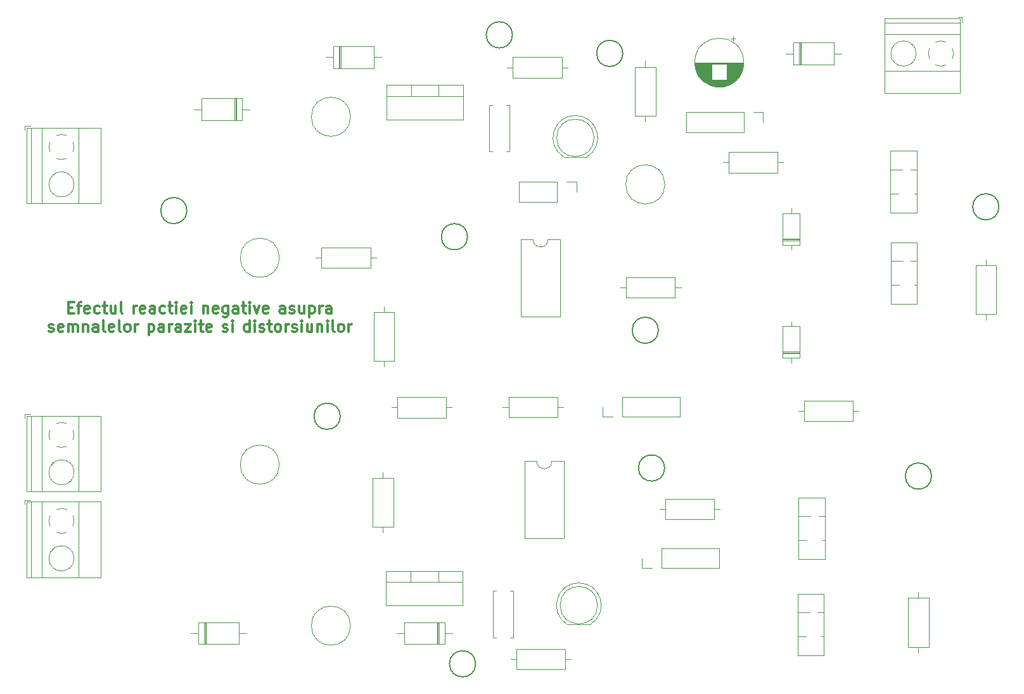
<source format=gbr>
%TF.GenerationSoftware,KiCad,Pcbnew,(7.0.0)*%
%TF.CreationDate,2023-03-04T17:42:30+02:00*%
%TF.ProjectId,RN-distorsiuni,524e2d64-6973-4746-9f72-7369756e692e,rev?*%
%TF.SameCoordinates,Original*%
%TF.FileFunction,Legend,Top*%
%TF.FilePolarity,Positive*%
%FSLAX46Y46*%
G04 Gerber Fmt 4.6, Leading zero omitted, Abs format (unit mm)*
G04 Created by KiCad (PCBNEW (7.0.0)) date 2023-03-04 17:42:30*
%MOMM*%
%LPD*%
G01*
G04 APERTURE LIST*
%ADD10C,0.300000*%
%ADD11C,0.120000*%
%ADD12C,0.150000*%
G04 APERTURE END LIST*
D10*
X94435714Y-97457857D02*
X94935714Y-97457857D01*
X95150000Y-98243571D02*
X94435714Y-98243571D01*
X94435714Y-98243571D02*
X94435714Y-96743571D01*
X94435714Y-96743571D02*
X95150000Y-96743571D01*
X95578572Y-97243571D02*
X96150000Y-97243571D01*
X95792857Y-98243571D02*
X95792857Y-96957857D01*
X95792857Y-96957857D02*
X95864286Y-96815000D01*
X95864286Y-96815000D02*
X96007143Y-96743571D01*
X96007143Y-96743571D02*
X96150000Y-96743571D01*
X97221429Y-98172142D02*
X97078572Y-98243571D01*
X97078572Y-98243571D02*
X96792858Y-98243571D01*
X96792858Y-98243571D02*
X96650000Y-98172142D01*
X96650000Y-98172142D02*
X96578572Y-98029285D01*
X96578572Y-98029285D02*
X96578572Y-97457857D01*
X96578572Y-97457857D02*
X96650000Y-97315000D01*
X96650000Y-97315000D02*
X96792858Y-97243571D01*
X96792858Y-97243571D02*
X97078572Y-97243571D01*
X97078572Y-97243571D02*
X97221429Y-97315000D01*
X97221429Y-97315000D02*
X97292858Y-97457857D01*
X97292858Y-97457857D02*
X97292858Y-97600714D01*
X97292858Y-97600714D02*
X96578572Y-97743571D01*
X98578572Y-98172142D02*
X98435714Y-98243571D01*
X98435714Y-98243571D02*
X98150000Y-98243571D01*
X98150000Y-98243571D02*
X98007143Y-98172142D01*
X98007143Y-98172142D02*
X97935714Y-98100714D01*
X97935714Y-98100714D02*
X97864286Y-97957857D01*
X97864286Y-97957857D02*
X97864286Y-97529285D01*
X97864286Y-97529285D02*
X97935714Y-97386428D01*
X97935714Y-97386428D02*
X98007143Y-97315000D01*
X98007143Y-97315000D02*
X98150000Y-97243571D01*
X98150000Y-97243571D02*
X98435714Y-97243571D01*
X98435714Y-97243571D02*
X98578572Y-97315000D01*
X99007143Y-97243571D02*
X99578571Y-97243571D01*
X99221428Y-96743571D02*
X99221428Y-98029285D01*
X99221428Y-98029285D02*
X99292857Y-98172142D01*
X99292857Y-98172142D02*
X99435714Y-98243571D01*
X99435714Y-98243571D02*
X99578571Y-98243571D01*
X100721429Y-97243571D02*
X100721429Y-98243571D01*
X100078571Y-97243571D02*
X100078571Y-98029285D01*
X100078571Y-98029285D02*
X100150000Y-98172142D01*
X100150000Y-98172142D02*
X100292857Y-98243571D01*
X100292857Y-98243571D02*
X100507143Y-98243571D01*
X100507143Y-98243571D02*
X100650000Y-98172142D01*
X100650000Y-98172142D02*
X100721429Y-98100714D01*
X101650000Y-98243571D02*
X101507143Y-98172142D01*
X101507143Y-98172142D02*
X101435714Y-98029285D01*
X101435714Y-98029285D02*
X101435714Y-96743571D01*
X103121428Y-98243571D02*
X103121428Y-97243571D01*
X103121428Y-97529285D02*
X103192857Y-97386428D01*
X103192857Y-97386428D02*
X103264286Y-97315000D01*
X103264286Y-97315000D02*
X103407143Y-97243571D01*
X103407143Y-97243571D02*
X103550000Y-97243571D01*
X104621428Y-98172142D02*
X104478571Y-98243571D01*
X104478571Y-98243571D02*
X104192857Y-98243571D01*
X104192857Y-98243571D02*
X104049999Y-98172142D01*
X104049999Y-98172142D02*
X103978571Y-98029285D01*
X103978571Y-98029285D02*
X103978571Y-97457857D01*
X103978571Y-97457857D02*
X104049999Y-97315000D01*
X104049999Y-97315000D02*
X104192857Y-97243571D01*
X104192857Y-97243571D02*
X104478571Y-97243571D01*
X104478571Y-97243571D02*
X104621428Y-97315000D01*
X104621428Y-97315000D02*
X104692857Y-97457857D01*
X104692857Y-97457857D02*
X104692857Y-97600714D01*
X104692857Y-97600714D02*
X103978571Y-97743571D01*
X105978571Y-98243571D02*
X105978571Y-97457857D01*
X105978571Y-97457857D02*
X105907142Y-97315000D01*
X105907142Y-97315000D02*
X105764285Y-97243571D01*
X105764285Y-97243571D02*
X105478571Y-97243571D01*
X105478571Y-97243571D02*
X105335713Y-97315000D01*
X105978571Y-98172142D02*
X105835713Y-98243571D01*
X105835713Y-98243571D02*
X105478571Y-98243571D01*
X105478571Y-98243571D02*
X105335713Y-98172142D01*
X105335713Y-98172142D02*
X105264285Y-98029285D01*
X105264285Y-98029285D02*
X105264285Y-97886428D01*
X105264285Y-97886428D02*
X105335713Y-97743571D01*
X105335713Y-97743571D02*
X105478571Y-97672142D01*
X105478571Y-97672142D02*
X105835713Y-97672142D01*
X105835713Y-97672142D02*
X105978571Y-97600714D01*
X107335714Y-98172142D02*
X107192856Y-98243571D01*
X107192856Y-98243571D02*
X106907142Y-98243571D01*
X106907142Y-98243571D02*
X106764285Y-98172142D01*
X106764285Y-98172142D02*
X106692856Y-98100714D01*
X106692856Y-98100714D02*
X106621428Y-97957857D01*
X106621428Y-97957857D02*
X106621428Y-97529285D01*
X106621428Y-97529285D02*
X106692856Y-97386428D01*
X106692856Y-97386428D02*
X106764285Y-97315000D01*
X106764285Y-97315000D02*
X106907142Y-97243571D01*
X106907142Y-97243571D02*
X107192856Y-97243571D01*
X107192856Y-97243571D02*
X107335714Y-97315000D01*
X107764285Y-97243571D02*
X108335713Y-97243571D01*
X107978570Y-96743571D02*
X107978570Y-98029285D01*
X107978570Y-98029285D02*
X108049999Y-98172142D01*
X108049999Y-98172142D02*
X108192856Y-98243571D01*
X108192856Y-98243571D02*
X108335713Y-98243571D01*
X108835713Y-98243571D02*
X108835713Y-97243571D01*
X108835713Y-96743571D02*
X108764285Y-96815000D01*
X108764285Y-96815000D02*
X108835713Y-96886428D01*
X108835713Y-96886428D02*
X108907142Y-96815000D01*
X108907142Y-96815000D02*
X108835713Y-96743571D01*
X108835713Y-96743571D02*
X108835713Y-96886428D01*
X110121428Y-98172142D02*
X109978571Y-98243571D01*
X109978571Y-98243571D02*
X109692857Y-98243571D01*
X109692857Y-98243571D02*
X109549999Y-98172142D01*
X109549999Y-98172142D02*
X109478571Y-98029285D01*
X109478571Y-98029285D02*
X109478571Y-97457857D01*
X109478571Y-97457857D02*
X109549999Y-97315000D01*
X109549999Y-97315000D02*
X109692857Y-97243571D01*
X109692857Y-97243571D02*
X109978571Y-97243571D01*
X109978571Y-97243571D02*
X110121428Y-97315000D01*
X110121428Y-97315000D02*
X110192857Y-97457857D01*
X110192857Y-97457857D02*
X110192857Y-97600714D01*
X110192857Y-97600714D02*
X109478571Y-97743571D01*
X110835713Y-98243571D02*
X110835713Y-97243571D01*
X110835713Y-96743571D02*
X110764285Y-96815000D01*
X110764285Y-96815000D02*
X110835713Y-96886428D01*
X110835713Y-96886428D02*
X110907142Y-96815000D01*
X110907142Y-96815000D02*
X110835713Y-96743571D01*
X110835713Y-96743571D02*
X110835713Y-96886428D01*
X112449999Y-97243571D02*
X112449999Y-98243571D01*
X112449999Y-97386428D02*
X112521428Y-97315000D01*
X112521428Y-97315000D02*
X112664285Y-97243571D01*
X112664285Y-97243571D02*
X112878571Y-97243571D01*
X112878571Y-97243571D02*
X113021428Y-97315000D01*
X113021428Y-97315000D02*
X113092857Y-97457857D01*
X113092857Y-97457857D02*
X113092857Y-98243571D01*
X114378571Y-98172142D02*
X114235714Y-98243571D01*
X114235714Y-98243571D02*
X113950000Y-98243571D01*
X113950000Y-98243571D02*
X113807142Y-98172142D01*
X113807142Y-98172142D02*
X113735714Y-98029285D01*
X113735714Y-98029285D02*
X113735714Y-97457857D01*
X113735714Y-97457857D02*
X113807142Y-97315000D01*
X113807142Y-97315000D02*
X113950000Y-97243571D01*
X113950000Y-97243571D02*
X114235714Y-97243571D01*
X114235714Y-97243571D02*
X114378571Y-97315000D01*
X114378571Y-97315000D02*
X114450000Y-97457857D01*
X114450000Y-97457857D02*
X114450000Y-97600714D01*
X114450000Y-97600714D02*
X113735714Y-97743571D01*
X115735714Y-97243571D02*
X115735714Y-98457857D01*
X115735714Y-98457857D02*
X115664285Y-98600714D01*
X115664285Y-98600714D02*
X115592856Y-98672142D01*
X115592856Y-98672142D02*
X115449999Y-98743571D01*
X115449999Y-98743571D02*
X115235714Y-98743571D01*
X115235714Y-98743571D02*
X115092856Y-98672142D01*
X115735714Y-98172142D02*
X115592856Y-98243571D01*
X115592856Y-98243571D02*
X115307142Y-98243571D01*
X115307142Y-98243571D02*
X115164285Y-98172142D01*
X115164285Y-98172142D02*
X115092856Y-98100714D01*
X115092856Y-98100714D02*
X115021428Y-97957857D01*
X115021428Y-97957857D02*
X115021428Y-97529285D01*
X115021428Y-97529285D02*
X115092856Y-97386428D01*
X115092856Y-97386428D02*
X115164285Y-97315000D01*
X115164285Y-97315000D02*
X115307142Y-97243571D01*
X115307142Y-97243571D02*
X115592856Y-97243571D01*
X115592856Y-97243571D02*
X115735714Y-97315000D01*
X117092857Y-98243571D02*
X117092857Y-97457857D01*
X117092857Y-97457857D02*
X117021428Y-97315000D01*
X117021428Y-97315000D02*
X116878571Y-97243571D01*
X116878571Y-97243571D02*
X116592857Y-97243571D01*
X116592857Y-97243571D02*
X116449999Y-97315000D01*
X117092857Y-98172142D02*
X116949999Y-98243571D01*
X116949999Y-98243571D02*
X116592857Y-98243571D01*
X116592857Y-98243571D02*
X116449999Y-98172142D01*
X116449999Y-98172142D02*
X116378571Y-98029285D01*
X116378571Y-98029285D02*
X116378571Y-97886428D01*
X116378571Y-97886428D02*
X116449999Y-97743571D01*
X116449999Y-97743571D02*
X116592857Y-97672142D01*
X116592857Y-97672142D02*
X116949999Y-97672142D01*
X116949999Y-97672142D02*
X117092857Y-97600714D01*
X117592857Y-97243571D02*
X118164285Y-97243571D01*
X117807142Y-96743571D02*
X117807142Y-98029285D01*
X117807142Y-98029285D02*
X117878571Y-98172142D01*
X117878571Y-98172142D02*
X118021428Y-98243571D01*
X118021428Y-98243571D02*
X118164285Y-98243571D01*
X118664285Y-98243571D02*
X118664285Y-97243571D01*
X118664285Y-96743571D02*
X118592857Y-96815000D01*
X118592857Y-96815000D02*
X118664285Y-96886428D01*
X118664285Y-96886428D02*
X118735714Y-96815000D01*
X118735714Y-96815000D02*
X118664285Y-96743571D01*
X118664285Y-96743571D02*
X118664285Y-96886428D01*
X119235714Y-97243571D02*
X119592857Y-98243571D01*
X119592857Y-98243571D02*
X119950000Y-97243571D01*
X121092857Y-98172142D02*
X120950000Y-98243571D01*
X120950000Y-98243571D02*
X120664286Y-98243571D01*
X120664286Y-98243571D02*
X120521428Y-98172142D01*
X120521428Y-98172142D02*
X120450000Y-98029285D01*
X120450000Y-98029285D02*
X120450000Y-97457857D01*
X120450000Y-97457857D02*
X120521428Y-97315000D01*
X120521428Y-97315000D02*
X120664286Y-97243571D01*
X120664286Y-97243571D02*
X120950000Y-97243571D01*
X120950000Y-97243571D02*
X121092857Y-97315000D01*
X121092857Y-97315000D02*
X121164286Y-97457857D01*
X121164286Y-97457857D02*
X121164286Y-97600714D01*
X121164286Y-97600714D02*
X120450000Y-97743571D01*
X123350000Y-98243571D02*
X123350000Y-97457857D01*
X123350000Y-97457857D02*
X123278571Y-97315000D01*
X123278571Y-97315000D02*
X123135714Y-97243571D01*
X123135714Y-97243571D02*
X122850000Y-97243571D01*
X122850000Y-97243571D02*
X122707142Y-97315000D01*
X123350000Y-98172142D02*
X123207142Y-98243571D01*
X123207142Y-98243571D02*
X122850000Y-98243571D01*
X122850000Y-98243571D02*
X122707142Y-98172142D01*
X122707142Y-98172142D02*
X122635714Y-98029285D01*
X122635714Y-98029285D02*
X122635714Y-97886428D01*
X122635714Y-97886428D02*
X122707142Y-97743571D01*
X122707142Y-97743571D02*
X122850000Y-97672142D01*
X122850000Y-97672142D02*
X123207142Y-97672142D01*
X123207142Y-97672142D02*
X123350000Y-97600714D01*
X123992857Y-98172142D02*
X124135714Y-98243571D01*
X124135714Y-98243571D02*
X124421428Y-98243571D01*
X124421428Y-98243571D02*
X124564285Y-98172142D01*
X124564285Y-98172142D02*
X124635714Y-98029285D01*
X124635714Y-98029285D02*
X124635714Y-97957857D01*
X124635714Y-97957857D02*
X124564285Y-97815000D01*
X124564285Y-97815000D02*
X124421428Y-97743571D01*
X124421428Y-97743571D02*
X124207143Y-97743571D01*
X124207143Y-97743571D02*
X124064285Y-97672142D01*
X124064285Y-97672142D02*
X123992857Y-97529285D01*
X123992857Y-97529285D02*
X123992857Y-97457857D01*
X123992857Y-97457857D02*
X124064285Y-97315000D01*
X124064285Y-97315000D02*
X124207143Y-97243571D01*
X124207143Y-97243571D02*
X124421428Y-97243571D01*
X124421428Y-97243571D02*
X124564285Y-97315000D01*
X125921429Y-97243571D02*
X125921429Y-98243571D01*
X125278571Y-97243571D02*
X125278571Y-98029285D01*
X125278571Y-98029285D02*
X125350000Y-98172142D01*
X125350000Y-98172142D02*
X125492857Y-98243571D01*
X125492857Y-98243571D02*
X125707143Y-98243571D01*
X125707143Y-98243571D02*
X125850000Y-98172142D01*
X125850000Y-98172142D02*
X125921429Y-98100714D01*
X126635714Y-97243571D02*
X126635714Y-98743571D01*
X126635714Y-97315000D02*
X126778572Y-97243571D01*
X126778572Y-97243571D02*
X127064286Y-97243571D01*
X127064286Y-97243571D02*
X127207143Y-97315000D01*
X127207143Y-97315000D02*
X127278572Y-97386428D01*
X127278572Y-97386428D02*
X127350000Y-97529285D01*
X127350000Y-97529285D02*
X127350000Y-97957857D01*
X127350000Y-97957857D02*
X127278572Y-98100714D01*
X127278572Y-98100714D02*
X127207143Y-98172142D01*
X127207143Y-98172142D02*
X127064286Y-98243571D01*
X127064286Y-98243571D02*
X126778572Y-98243571D01*
X126778572Y-98243571D02*
X126635714Y-98172142D01*
X127992857Y-98243571D02*
X127992857Y-97243571D01*
X127992857Y-97529285D02*
X128064286Y-97386428D01*
X128064286Y-97386428D02*
X128135715Y-97315000D01*
X128135715Y-97315000D02*
X128278572Y-97243571D01*
X128278572Y-97243571D02*
X128421429Y-97243571D01*
X129564286Y-98243571D02*
X129564286Y-97457857D01*
X129564286Y-97457857D02*
X129492857Y-97315000D01*
X129492857Y-97315000D02*
X129350000Y-97243571D01*
X129350000Y-97243571D02*
X129064286Y-97243571D01*
X129064286Y-97243571D02*
X128921428Y-97315000D01*
X129564286Y-98172142D02*
X129421428Y-98243571D01*
X129421428Y-98243571D02*
X129064286Y-98243571D01*
X129064286Y-98243571D02*
X128921428Y-98172142D01*
X128921428Y-98172142D02*
X128850000Y-98029285D01*
X128850000Y-98029285D02*
X128850000Y-97886428D01*
X128850000Y-97886428D02*
X128921428Y-97743571D01*
X128921428Y-97743571D02*
X129064286Y-97672142D01*
X129064286Y-97672142D02*
X129421428Y-97672142D01*
X129421428Y-97672142D02*
X129564286Y-97600714D01*
X91828571Y-100602142D02*
X91971428Y-100673571D01*
X91971428Y-100673571D02*
X92257142Y-100673571D01*
X92257142Y-100673571D02*
X92399999Y-100602142D01*
X92399999Y-100602142D02*
X92471428Y-100459285D01*
X92471428Y-100459285D02*
X92471428Y-100387857D01*
X92471428Y-100387857D02*
X92399999Y-100245000D01*
X92399999Y-100245000D02*
X92257142Y-100173571D01*
X92257142Y-100173571D02*
X92042857Y-100173571D01*
X92042857Y-100173571D02*
X91899999Y-100102142D01*
X91899999Y-100102142D02*
X91828571Y-99959285D01*
X91828571Y-99959285D02*
X91828571Y-99887857D01*
X91828571Y-99887857D02*
X91899999Y-99745000D01*
X91899999Y-99745000D02*
X92042857Y-99673571D01*
X92042857Y-99673571D02*
X92257142Y-99673571D01*
X92257142Y-99673571D02*
X92399999Y-99745000D01*
X93685714Y-100602142D02*
X93542857Y-100673571D01*
X93542857Y-100673571D02*
X93257143Y-100673571D01*
X93257143Y-100673571D02*
X93114285Y-100602142D01*
X93114285Y-100602142D02*
X93042857Y-100459285D01*
X93042857Y-100459285D02*
X93042857Y-99887857D01*
X93042857Y-99887857D02*
X93114285Y-99745000D01*
X93114285Y-99745000D02*
X93257143Y-99673571D01*
X93257143Y-99673571D02*
X93542857Y-99673571D01*
X93542857Y-99673571D02*
X93685714Y-99745000D01*
X93685714Y-99745000D02*
X93757143Y-99887857D01*
X93757143Y-99887857D02*
X93757143Y-100030714D01*
X93757143Y-100030714D02*
X93042857Y-100173571D01*
X94399999Y-100673571D02*
X94399999Y-99673571D01*
X94399999Y-99816428D02*
X94471428Y-99745000D01*
X94471428Y-99745000D02*
X94614285Y-99673571D01*
X94614285Y-99673571D02*
X94828571Y-99673571D01*
X94828571Y-99673571D02*
X94971428Y-99745000D01*
X94971428Y-99745000D02*
X95042857Y-99887857D01*
X95042857Y-99887857D02*
X95042857Y-100673571D01*
X95042857Y-99887857D02*
X95114285Y-99745000D01*
X95114285Y-99745000D02*
X95257142Y-99673571D01*
X95257142Y-99673571D02*
X95471428Y-99673571D01*
X95471428Y-99673571D02*
X95614285Y-99745000D01*
X95614285Y-99745000D02*
X95685714Y-99887857D01*
X95685714Y-99887857D02*
X95685714Y-100673571D01*
X96399999Y-99673571D02*
X96399999Y-100673571D01*
X96399999Y-99816428D02*
X96471428Y-99745000D01*
X96471428Y-99745000D02*
X96614285Y-99673571D01*
X96614285Y-99673571D02*
X96828571Y-99673571D01*
X96828571Y-99673571D02*
X96971428Y-99745000D01*
X96971428Y-99745000D02*
X97042857Y-99887857D01*
X97042857Y-99887857D02*
X97042857Y-100673571D01*
X98400000Y-100673571D02*
X98400000Y-99887857D01*
X98400000Y-99887857D02*
X98328571Y-99745000D01*
X98328571Y-99745000D02*
X98185714Y-99673571D01*
X98185714Y-99673571D02*
X97900000Y-99673571D01*
X97900000Y-99673571D02*
X97757142Y-99745000D01*
X98400000Y-100602142D02*
X98257142Y-100673571D01*
X98257142Y-100673571D02*
X97900000Y-100673571D01*
X97900000Y-100673571D02*
X97757142Y-100602142D01*
X97757142Y-100602142D02*
X97685714Y-100459285D01*
X97685714Y-100459285D02*
X97685714Y-100316428D01*
X97685714Y-100316428D02*
X97757142Y-100173571D01*
X97757142Y-100173571D02*
X97900000Y-100102142D01*
X97900000Y-100102142D02*
X98257142Y-100102142D01*
X98257142Y-100102142D02*
X98400000Y-100030714D01*
X99328571Y-100673571D02*
X99185714Y-100602142D01*
X99185714Y-100602142D02*
X99114285Y-100459285D01*
X99114285Y-100459285D02*
X99114285Y-99173571D01*
X100471428Y-100602142D02*
X100328571Y-100673571D01*
X100328571Y-100673571D02*
X100042857Y-100673571D01*
X100042857Y-100673571D02*
X99899999Y-100602142D01*
X99899999Y-100602142D02*
X99828571Y-100459285D01*
X99828571Y-100459285D02*
X99828571Y-99887857D01*
X99828571Y-99887857D02*
X99899999Y-99745000D01*
X99899999Y-99745000D02*
X100042857Y-99673571D01*
X100042857Y-99673571D02*
X100328571Y-99673571D01*
X100328571Y-99673571D02*
X100471428Y-99745000D01*
X100471428Y-99745000D02*
X100542857Y-99887857D01*
X100542857Y-99887857D02*
X100542857Y-100030714D01*
X100542857Y-100030714D02*
X99828571Y-100173571D01*
X101399999Y-100673571D02*
X101257142Y-100602142D01*
X101257142Y-100602142D02*
X101185713Y-100459285D01*
X101185713Y-100459285D02*
X101185713Y-99173571D01*
X102185713Y-100673571D02*
X102042856Y-100602142D01*
X102042856Y-100602142D02*
X101971427Y-100530714D01*
X101971427Y-100530714D02*
X101899999Y-100387857D01*
X101899999Y-100387857D02*
X101899999Y-99959285D01*
X101899999Y-99959285D02*
X101971427Y-99816428D01*
X101971427Y-99816428D02*
X102042856Y-99745000D01*
X102042856Y-99745000D02*
X102185713Y-99673571D01*
X102185713Y-99673571D02*
X102399999Y-99673571D01*
X102399999Y-99673571D02*
X102542856Y-99745000D01*
X102542856Y-99745000D02*
X102614285Y-99816428D01*
X102614285Y-99816428D02*
X102685713Y-99959285D01*
X102685713Y-99959285D02*
X102685713Y-100387857D01*
X102685713Y-100387857D02*
X102614285Y-100530714D01*
X102614285Y-100530714D02*
X102542856Y-100602142D01*
X102542856Y-100602142D02*
X102399999Y-100673571D01*
X102399999Y-100673571D02*
X102185713Y-100673571D01*
X103328570Y-100673571D02*
X103328570Y-99673571D01*
X103328570Y-99959285D02*
X103399999Y-99816428D01*
X103399999Y-99816428D02*
X103471428Y-99745000D01*
X103471428Y-99745000D02*
X103614285Y-99673571D01*
X103614285Y-99673571D02*
X103757142Y-99673571D01*
X105157141Y-99673571D02*
X105157141Y-101173571D01*
X105157141Y-99745000D02*
X105299999Y-99673571D01*
X105299999Y-99673571D02*
X105585713Y-99673571D01*
X105585713Y-99673571D02*
X105728570Y-99745000D01*
X105728570Y-99745000D02*
X105799999Y-99816428D01*
X105799999Y-99816428D02*
X105871427Y-99959285D01*
X105871427Y-99959285D02*
X105871427Y-100387857D01*
X105871427Y-100387857D02*
X105799999Y-100530714D01*
X105799999Y-100530714D02*
X105728570Y-100602142D01*
X105728570Y-100602142D02*
X105585713Y-100673571D01*
X105585713Y-100673571D02*
X105299999Y-100673571D01*
X105299999Y-100673571D02*
X105157141Y-100602142D01*
X107157142Y-100673571D02*
X107157142Y-99887857D01*
X107157142Y-99887857D02*
X107085713Y-99745000D01*
X107085713Y-99745000D02*
X106942856Y-99673571D01*
X106942856Y-99673571D02*
X106657142Y-99673571D01*
X106657142Y-99673571D02*
X106514284Y-99745000D01*
X107157142Y-100602142D02*
X107014284Y-100673571D01*
X107014284Y-100673571D02*
X106657142Y-100673571D01*
X106657142Y-100673571D02*
X106514284Y-100602142D01*
X106514284Y-100602142D02*
X106442856Y-100459285D01*
X106442856Y-100459285D02*
X106442856Y-100316428D01*
X106442856Y-100316428D02*
X106514284Y-100173571D01*
X106514284Y-100173571D02*
X106657142Y-100102142D01*
X106657142Y-100102142D02*
X107014284Y-100102142D01*
X107014284Y-100102142D02*
X107157142Y-100030714D01*
X107871427Y-100673571D02*
X107871427Y-99673571D01*
X107871427Y-99959285D02*
X107942856Y-99816428D01*
X107942856Y-99816428D02*
X108014285Y-99745000D01*
X108014285Y-99745000D02*
X108157142Y-99673571D01*
X108157142Y-99673571D02*
X108299999Y-99673571D01*
X109442856Y-100673571D02*
X109442856Y-99887857D01*
X109442856Y-99887857D02*
X109371427Y-99745000D01*
X109371427Y-99745000D02*
X109228570Y-99673571D01*
X109228570Y-99673571D02*
X108942856Y-99673571D01*
X108942856Y-99673571D02*
X108799998Y-99745000D01*
X109442856Y-100602142D02*
X109299998Y-100673571D01*
X109299998Y-100673571D02*
X108942856Y-100673571D01*
X108942856Y-100673571D02*
X108799998Y-100602142D01*
X108799998Y-100602142D02*
X108728570Y-100459285D01*
X108728570Y-100459285D02*
X108728570Y-100316428D01*
X108728570Y-100316428D02*
X108799998Y-100173571D01*
X108799998Y-100173571D02*
X108942856Y-100102142D01*
X108942856Y-100102142D02*
X109299998Y-100102142D01*
X109299998Y-100102142D02*
X109442856Y-100030714D01*
X110014284Y-99673571D02*
X110799999Y-99673571D01*
X110799999Y-99673571D02*
X110014284Y-100673571D01*
X110014284Y-100673571D02*
X110799999Y-100673571D01*
X111371427Y-100673571D02*
X111371427Y-99673571D01*
X111371427Y-99173571D02*
X111299999Y-99245000D01*
X111299999Y-99245000D02*
X111371427Y-99316428D01*
X111371427Y-99316428D02*
X111442856Y-99245000D01*
X111442856Y-99245000D02*
X111371427Y-99173571D01*
X111371427Y-99173571D02*
X111371427Y-99316428D01*
X111871428Y-99673571D02*
X112442856Y-99673571D01*
X112085713Y-99173571D02*
X112085713Y-100459285D01*
X112085713Y-100459285D02*
X112157142Y-100602142D01*
X112157142Y-100602142D02*
X112299999Y-100673571D01*
X112299999Y-100673571D02*
X112442856Y-100673571D01*
X113514285Y-100602142D02*
X113371428Y-100673571D01*
X113371428Y-100673571D02*
X113085714Y-100673571D01*
X113085714Y-100673571D02*
X112942856Y-100602142D01*
X112942856Y-100602142D02*
X112871428Y-100459285D01*
X112871428Y-100459285D02*
X112871428Y-99887857D01*
X112871428Y-99887857D02*
X112942856Y-99745000D01*
X112942856Y-99745000D02*
X113085714Y-99673571D01*
X113085714Y-99673571D02*
X113371428Y-99673571D01*
X113371428Y-99673571D02*
X113514285Y-99745000D01*
X113514285Y-99745000D02*
X113585714Y-99887857D01*
X113585714Y-99887857D02*
X113585714Y-100030714D01*
X113585714Y-100030714D02*
X112871428Y-100173571D01*
X115057142Y-100602142D02*
X115199999Y-100673571D01*
X115199999Y-100673571D02*
X115485713Y-100673571D01*
X115485713Y-100673571D02*
X115628570Y-100602142D01*
X115628570Y-100602142D02*
X115699999Y-100459285D01*
X115699999Y-100459285D02*
X115699999Y-100387857D01*
X115699999Y-100387857D02*
X115628570Y-100245000D01*
X115628570Y-100245000D02*
X115485713Y-100173571D01*
X115485713Y-100173571D02*
X115271428Y-100173571D01*
X115271428Y-100173571D02*
X115128570Y-100102142D01*
X115128570Y-100102142D02*
X115057142Y-99959285D01*
X115057142Y-99959285D02*
X115057142Y-99887857D01*
X115057142Y-99887857D02*
X115128570Y-99745000D01*
X115128570Y-99745000D02*
X115271428Y-99673571D01*
X115271428Y-99673571D02*
X115485713Y-99673571D01*
X115485713Y-99673571D02*
X115628570Y-99745000D01*
X116342856Y-100673571D02*
X116342856Y-99673571D01*
X116342856Y-99173571D02*
X116271428Y-99245000D01*
X116271428Y-99245000D02*
X116342856Y-99316428D01*
X116342856Y-99316428D02*
X116414285Y-99245000D01*
X116414285Y-99245000D02*
X116342856Y-99173571D01*
X116342856Y-99173571D02*
X116342856Y-99316428D01*
X118600000Y-100673571D02*
X118600000Y-99173571D01*
X118600000Y-100602142D02*
X118457142Y-100673571D01*
X118457142Y-100673571D02*
X118171428Y-100673571D01*
X118171428Y-100673571D02*
X118028571Y-100602142D01*
X118028571Y-100602142D02*
X117957142Y-100530714D01*
X117957142Y-100530714D02*
X117885714Y-100387857D01*
X117885714Y-100387857D02*
X117885714Y-99959285D01*
X117885714Y-99959285D02*
X117957142Y-99816428D01*
X117957142Y-99816428D02*
X118028571Y-99745000D01*
X118028571Y-99745000D02*
X118171428Y-99673571D01*
X118171428Y-99673571D02*
X118457142Y-99673571D01*
X118457142Y-99673571D02*
X118600000Y-99745000D01*
X119314285Y-100673571D02*
X119314285Y-99673571D01*
X119314285Y-99173571D02*
X119242857Y-99245000D01*
X119242857Y-99245000D02*
X119314285Y-99316428D01*
X119314285Y-99316428D02*
X119385714Y-99245000D01*
X119385714Y-99245000D02*
X119314285Y-99173571D01*
X119314285Y-99173571D02*
X119314285Y-99316428D01*
X119957143Y-100602142D02*
X120100000Y-100673571D01*
X120100000Y-100673571D02*
X120385714Y-100673571D01*
X120385714Y-100673571D02*
X120528571Y-100602142D01*
X120528571Y-100602142D02*
X120600000Y-100459285D01*
X120600000Y-100459285D02*
X120600000Y-100387857D01*
X120600000Y-100387857D02*
X120528571Y-100245000D01*
X120528571Y-100245000D02*
X120385714Y-100173571D01*
X120385714Y-100173571D02*
X120171429Y-100173571D01*
X120171429Y-100173571D02*
X120028571Y-100102142D01*
X120028571Y-100102142D02*
X119957143Y-99959285D01*
X119957143Y-99959285D02*
X119957143Y-99887857D01*
X119957143Y-99887857D02*
X120028571Y-99745000D01*
X120028571Y-99745000D02*
X120171429Y-99673571D01*
X120171429Y-99673571D02*
X120385714Y-99673571D01*
X120385714Y-99673571D02*
X120528571Y-99745000D01*
X121028572Y-99673571D02*
X121600000Y-99673571D01*
X121242857Y-99173571D02*
X121242857Y-100459285D01*
X121242857Y-100459285D02*
X121314286Y-100602142D01*
X121314286Y-100602142D02*
X121457143Y-100673571D01*
X121457143Y-100673571D02*
X121600000Y-100673571D01*
X122314286Y-100673571D02*
X122171429Y-100602142D01*
X122171429Y-100602142D02*
X122100000Y-100530714D01*
X122100000Y-100530714D02*
X122028572Y-100387857D01*
X122028572Y-100387857D02*
X122028572Y-99959285D01*
X122028572Y-99959285D02*
X122100000Y-99816428D01*
X122100000Y-99816428D02*
X122171429Y-99745000D01*
X122171429Y-99745000D02*
X122314286Y-99673571D01*
X122314286Y-99673571D02*
X122528572Y-99673571D01*
X122528572Y-99673571D02*
X122671429Y-99745000D01*
X122671429Y-99745000D02*
X122742858Y-99816428D01*
X122742858Y-99816428D02*
X122814286Y-99959285D01*
X122814286Y-99959285D02*
X122814286Y-100387857D01*
X122814286Y-100387857D02*
X122742858Y-100530714D01*
X122742858Y-100530714D02*
X122671429Y-100602142D01*
X122671429Y-100602142D02*
X122528572Y-100673571D01*
X122528572Y-100673571D02*
X122314286Y-100673571D01*
X123457143Y-100673571D02*
X123457143Y-99673571D01*
X123457143Y-99959285D02*
X123528572Y-99816428D01*
X123528572Y-99816428D02*
X123600001Y-99745000D01*
X123600001Y-99745000D02*
X123742858Y-99673571D01*
X123742858Y-99673571D02*
X123885715Y-99673571D01*
X124314286Y-100602142D02*
X124457143Y-100673571D01*
X124457143Y-100673571D02*
X124742857Y-100673571D01*
X124742857Y-100673571D02*
X124885714Y-100602142D01*
X124885714Y-100602142D02*
X124957143Y-100459285D01*
X124957143Y-100459285D02*
X124957143Y-100387857D01*
X124957143Y-100387857D02*
X124885714Y-100245000D01*
X124885714Y-100245000D02*
X124742857Y-100173571D01*
X124742857Y-100173571D02*
X124528572Y-100173571D01*
X124528572Y-100173571D02*
X124385714Y-100102142D01*
X124385714Y-100102142D02*
X124314286Y-99959285D01*
X124314286Y-99959285D02*
X124314286Y-99887857D01*
X124314286Y-99887857D02*
X124385714Y-99745000D01*
X124385714Y-99745000D02*
X124528572Y-99673571D01*
X124528572Y-99673571D02*
X124742857Y-99673571D01*
X124742857Y-99673571D02*
X124885714Y-99745000D01*
X125600000Y-100673571D02*
X125600000Y-99673571D01*
X125600000Y-99173571D02*
X125528572Y-99245000D01*
X125528572Y-99245000D02*
X125600000Y-99316428D01*
X125600000Y-99316428D02*
X125671429Y-99245000D01*
X125671429Y-99245000D02*
X125600000Y-99173571D01*
X125600000Y-99173571D02*
X125600000Y-99316428D01*
X126957144Y-99673571D02*
X126957144Y-100673571D01*
X126314286Y-99673571D02*
X126314286Y-100459285D01*
X126314286Y-100459285D02*
X126385715Y-100602142D01*
X126385715Y-100602142D02*
X126528572Y-100673571D01*
X126528572Y-100673571D02*
X126742858Y-100673571D01*
X126742858Y-100673571D02*
X126885715Y-100602142D01*
X126885715Y-100602142D02*
X126957144Y-100530714D01*
X127671429Y-99673571D02*
X127671429Y-100673571D01*
X127671429Y-99816428D02*
X127742858Y-99745000D01*
X127742858Y-99745000D02*
X127885715Y-99673571D01*
X127885715Y-99673571D02*
X128100001Y-99673571D01*
X128100001Y-99673571D02*
X128242858Y-99745000D01*
X128242858Y-99745000D02*
X128314287Y-99887857D01*
X128314287Y-99887857D02*
X128314287Y-100673571D01*
X129028572Y-100673571D02*
X129028572Y-99673571D01*
X129028572Y-99173571D02*
X128957144Y-99245000D01*
X128957144Y-99245000D02*
X129028572Y-99316428D01*
X129028572Y-99316428D02*
X129100001Y-99245000D01*
X129100001Y-99245000D02*
X129028572Y-99173571D01*
X129028572Y-99173571D02*
X129028572Y-99316428D01*
X129957144Y-100673571D02*
X129814287Y-100602142D01*
X129814287Y-100602142D02*
X129742858Y-100459285D01*
X129742858Y-100459285D02*
X129742858Y-99173571D01*
X130742858Y-100673571D02*
X130600001Y-100602142D01*
X130600001Y-100602142D02*
X130528572Y-100530714D01*
X130528572Y-100530714D02*
X130457144Y-100387857D01*
X130457144Y-100387857D02*
X130457144Y-99959285D01*
X130457144Y-99959285D02*
X130528572Y-99816428D01*
X130528572Y-99816428D02*
X130600001Y-99745000D01*
X130600001Y-99745000D02*
X130742858Y-99673571D01*
X130742858Y-99673571D02*
X130957144Y-99673571D01*
X130957144Y-99673571D02*
X131100001Y-99745000D01*
X131100001Y-99745000D02*
X131171430Y-99816428D01*
X131171430Y-99816428D02*
X131242858Y-99959285D01*
X131242858Y-99959285D02*
X131242858Y-100387857D01*
X131242858Y-100387857D02*
X131171430Y-100530714D01*
X131171430Y-100530714D02*
X131100001Y-100602142D01*
X131100001Y-100602142D02*
X130957144Y-100673571D01*
X130957144Y-100673571D02*
X130742858Y-100673571D01*
X131885715Y-100673571D02*
X131885715Y-99673571D01*
X131885715Y-99959285D02*
X131957144Y-99816428D01*
X131957144Y-99816428D02*
X132028573Y-99745000D01*
X132028573Y-99745000D02*
X132171430Y-99673571D01*
X132171430Y-99673571D02*
X132314287Y-99673571D01*
D11*
%TO.C,Rs1*%
X161115329Y-65373772D02*
X160345329Y-65373772D01*
X160345329Y-66743772D02*
X160345329Y-64003772D01*
X160345329Y-64003772D02*
X153805329Y-64003772D01*
X153805329Y-66743772D02*
X160345329Y-66743772D01*
X153805329Y-64003772D02*
X153805329Y-66743772D01*
X153035329Y-65373772D02*
X153805329Y-65373772D01*
%TO.C,R1*%
X171500000Y-72586617D02*
X171500000Y-71816617D01*
X170130000Y-71816617D02*
X172870000Y-71816617D01*
X172870000Y-71816617D02*
X172870000Y-65276617D01*
X170130000Y-65276617D02*
X170130000Y-71816617D01*
X172870000Y-65276617D02*
X170130000Y-65276617D01*
X171500000Y-64506617D02*
X171500000Y-65276617D01*
%TO.C,Js_alt1*%
X213800000Y-59340000D02*
X213800000Y-58600000D01*
X213800000Y-58600000D02*
X213300000Y-58600000D01*
X213560000Y-68761000D02*
X213560000Y-58840000D01*
X213560000Y-68761000D02*
X203440000Y-68761000D01*
X213560000Y-65801000D02*
X203440000Y-65801000D01*
X213560000Y-60900000D02*
X203440000Y-60900000D01*
X213560000Y-59400000D02*
X203440000Y-59400000D01*
X213560000Y-58840000D02*
X203440000Y-58840000D01*
X207227000Y-62477000D02*
X207274000Y-62431000D01*
X207034000Y-62261000D02*
X207069000Y-62226000D01*
X204930000Y-64775000D02*
X204965000Y-64739000D01*
X204725000Y-64569000D02*
X204772000Y-64523000D01*
X203440000Y-68761000D02*
X203440000Y-58840000D01*
X212534999Y-64183999D02*
G75*
G03*
X212535426Y-62816958I-1534992J684000D01*
G01*
X210316001Y-65034999D02*
G75*
G03*
X211683042Y-65035426I684000J1534992D01*
G01*
X211684000Y-61965001D02*
G75*
G03*
X210971195Y-61819748I-683999J-1535000D01*
G01*
X211000000Y-61820001D02*
G75*
G03*
X210316682Y-61965245I0J-1679999D01*
G01*
X209465000Y-62816000D02*
G75*
G03*
X209464574Y-64183042I1535000J-684000D01*
G01*
X207680000Y-63500000D02*
G75*
G03*
X207680000Y-63500000I-1680000J0D01*
G01*
%TO.C,J3*%
X162330000Y-80670000D02*
X162330000Y-82000000D01*
X161000000Y-80670000D02*
X162330000Y-80670000D01*
X159730000Y-80670000D02*
X154590000Y-80670000D01*
X159730000Y-80670000D02*
X159730000Y-83330000D01*
X154590000Y-80670000D02*
X154590000Y-83330000D01*
X159730000Y-83330000D02*
X154590000Y-83330000D01*
%TO.C,Cs2*%
X153370000Y-70380000D02*
X152925000Y-70380000D01*
X153370000Y-70380000D02*
X153370000Y-76620000D01*
X151075000Y-70380000D02*
X150630000Y-70380000D01*
X150630000Y-70380000D02*
X150630000Y-76620000D01*
X153370000Y-76620000D02*
X152925000Y-76620000D01*
X151075000Y-76620000D02*
X150630000Y-76620000D01*
%TO.C,R3*%
X136566764Y-97283235D02*
X136566764Y-98053235D01*
X137936764Y-98053235D02*
X135196764Y-98053235D01*
X135196764Y-98053235D02*
X135196764Y-104593235D01*
X137936764Y-104593235D02*
X137936764Y-98053235D01*
X135196764Y-104593235D02*
X137936764Y-104593235D01*
X136566764Y-105363235D02*
X136566764Y-104593235D01*
%TO.C,C2*%
X174120000Y-81000000D02*
G75*
G03*
X174120000Y-81000000I-2620000J0D01*
G01*
D12*
%TO.C,TP11*%
X110250000Y-84500000D02*
G75*
G03*
X110250000Y-84500000I-1750000J0D01*
G01*
D11*
%TO.C,U1*%
X154860000Y-88370000D02*
X154860000Y-98650000D01*
X154860000Y-98650000D02*
X160160000Y-98650000D01*
X156510000Y-88370000D02*
X154860000Y-88370000D01*
X160160000Y-88370000D02*
X158510000Y-88370000D01*
X160160000Y-98650000D02*
X160160000Y-88370000D01*
X156510000Y-88370000D02*
G75*
G03*
X158510000Y-88370000I1000000J0D01*
G01*
%TO.C,RL2*%
X208000000Y-135540000D02*
X208000000Y-136310000D01*
X209370000Y-136310000D02*
X206630000Y-136310000D01*
X206630000Y-136310000D02*
X206630000Y-142850000D01*
X209370000Y-142850000D02*
X209370000Y-136310000D01*
X206630000Y-142850000D02*
X209370000Y-142850000D01*
X208000000Y-143620000D02*
X208000000Y-142850000D01*
%TO.C,C3*%
X122620000Y-90810000D02*
G75*
G03*
X122620000Y-90810000I-2620000J0D01*
G01*
D12*
%TO.C,TP8*%
X209750000Y-120000000D02*
G75*
G03*
X209750000Y-120000000I-1750000J0D01*
G01*
D11*
%TO.C,C1*%
X183222197Y-61208638D02*
X183222197Y-61838638D01*
X183537197Y-61523638D02*
X182907197Y-61523638D01*
X184613197Y-64708879D02*
X178153197Y-64708879D01*
X184613197Y-64748879D02*
X178153197Y-64748879D01*
X184613197Y-64788879D02*
X178153197Y-64788879D01*
X184611197Y-64828879D02*
X178155197Y-64828879D01*
X184610197Y-64868879D02*
X178156197Y-64868879D01*
X184607197Y-64908879D02*
X178159197Y-64908879D01*
X184605197Y-64948879D02*
X182423197Y-64948879D01*
X180343197Y-64948879D02*
X178161197Y-64948879D01*
X184601197Y-64988879D02*
X182423197Y-64988879D01*
X180343197Y-64988879D02*
X178165197Y-64988879D01*
X184598197Y-65028879D02*
X182423197Y-65028879D01*
X180343197Y-65028879D02*
X178168197Y-65028879D01*
X184594197Y-65068879D02*
X182423197Y-65068879D01*
X180343197Y-65068879D02*
X178172197Y-65068879D01*
X184589197Y-65108879D02*
X182423197Y-65108879D01*
X180343197Y-65108879D02*
X178177197Y-65108879D01*
X184584197Y-65148879D02*
X182423197Y-65148879D01*
X180343197Y-65148879D02*
X178182197Y-65148879D01*
X184578197Y-65188879D02*
X182423197Y-65188879D01*
X180343197Y-65188879D02*
X178188197Y-65188879D01*
X184572197Y-65228879D02*
X182423197Y-65228879D01*
X180343197Y-65228879D02*
X178194197Y-65228879D01*
X184565197Y-65268879D02*
X182423197Y-65268879D01*
X180343197Y-65268879D02*
X178201197Y-65268879D01*
X184558197Y-65308879D02*
X182423197Y-65308879D01*
X180343197Y-65308879D02*
X178208197Y-65308879D01*
X184550197Y-65348879D02*
X182423197Y-65348879D01*
X180343197Y-65348879D02*
X178216197Y-65348879D01*
X184542197Y-65388879D02*
X182423197Y-65388879D01*
X180343197Y-65388879D02*
X178224197Y-65388879D01*
X184533197Y-65429879D02*
X182423197Y-65429879D01*
X180343197Y-65429879D02*
X178233197Y-65429879D01*
X184524197Y-65469879D02*
X182423197Y-65469879D01*
X180343197Y-65469879D02*
X178242197Y-65469879D01*
X184514197Y-65509879D02*
X182423197Y-65509879D01*
X180343197Y-65509879D02*
X178252197Y-65509879D01*
X184504197Y-65549879D02*
X182423197Y-65549879D01*
X180343197Y-65549879D02*
X178262197Y-65549879D01*
X184493197Y-65589879D02*
X182423197Y-65589879D01*
X180343197Y-65589879D02*
X178273197Y-65589879D01*
X184481197Y-65629879D02*
X182423197Y-65629879D01*
X180343197Y-65629879D02*
X178285197Y-65629879D01*
X184469197Y-65669879D02*
X182423197Y-65669879D01*
X180343197Y-65669879D02*
X178297197Y-65669879D01*
X184457197Y-65709879D02*
X182423197Y-65709879D01*
X180343197Y-65709879D02*
X178309197Y-65709879D01*
X184444197Y-65749879D02*
X182423197Y-65749879D01*
X180343197Y-65749879D02*
X178322197Y-65749879D01*
X184430197Y-65789879D02*
X182423197Y-65789879D01*
X180343197Y-65789879D02*
X178336197Y-65789879D01*
X184416197Y-65829879D02*
X182423197Y-65829879D01*
X180343197Y-65829879D02*
X178350197Y-65829879D01*
X184401197Y-65869879D02*
X182423197Y-65869879D01*
X180343197Y-65869879D02*
X178365197Y-65869879D01*
X184385197Y-65909879D02*
X182423197Y-65909879D01*
X180343197Y-65909879D02*
X178381197Y-65909879D01*
X184369197Y-65949879D02*
X182423197Y-65949879D01*
X180343197Y-65949879D02*
X178397197Y-65949879D01*
X184353197Y-65989879D02*
X182423197Y-65989879D01*
X180343197Y-65989879D02*
X178413197Y-65989879D01*
X184335197Y-66029879D02*
X182423197Y-66029879D01*
X180343197Y-66029879D02*
X178431197Y-66029879D01*
X184317197Y-66069879D02*
X182423197Y-66069879D01*
X180343197Y-66069879D02*
X178449197Y-66069879D01*
X184299197Y-66109879D02*
X182423197Y-66109879D01*
X180343197Y-66109879D02*
X178467197Y-66109879D01*
X184279197Y-66149879D02*
X182423197Y-66149879D01*
X180343197Y-66149879D02*
X178487197Y-66149879D01*
X184259197Y-66189879D02*
X182423197Y-66189879D01*
X180343197Y-66189879D02*
X178507197Y-66189879D01*
X184239197Y-66229879D02*
X182423197Y-66229879D01*
X180343197Y-66229879D02*
X178527197Y-66229879D01*
X184217197Y-66269879D02*
X182423197Y-66269879D01*
X180343197Y-66269879D02*
X178549197Y-66269879D01*
X184195197Y-66309879D02*
X182423197Y-66309879D01*
X180343197Y-66309879D02*
X178571197Y-66309879D01*
X184173197Y-66349879D02*
X182423197Y-66349879D01*
X180343197Y-66349879D02*
X178593197Y-66349879D01*
X184149197Y-66389879D02*
X182423197Y-66389879D01*
X180343197Y-66389879D02*
X178617197Y-66389879D01*
X184125197Y-66429879D02*
X182423197Y-66429879D01*
X180343197Y-66429879D02*
X178641197Y-66429879D01*
X184099197Y-66469879D02*
X182423197Y-66469879D01*
X180343197Y-66469879D02*
X178667197Y-66469879D01*
X184073197Y-66509879D02*
X182423197Y-66509879D01*
X180343197Y-66509879D02*
X178693197Y-66509879D01*
X184047197Y-66549879D02*
X182423197Y-66549879D01*
X180343197Y-66549879D02*
X178719197Y-66549879D01*
X184019197Y-66589879D02*
X182423197Y-66589879D01*
X180343197Y-66589879D02*
X178747197Y-66589879D01*
X183990197Y-66629879D02*
X182423197Y-66629879D01*
X180343197Y-66629879D02*
X178776197Y-66629879D01*
X183961197Y-66669879D02*
X182423197Y-66669879D01*
X180343197Y-66669879D02*
X178805197Y-66669879D01*
X183931197Y-66709879D02*
X182423197Y-66709879D01*
X180343197Y-66709879D02*
X178835197Y-66709879D01*
X183899197Y-66749879D02*
X182423197Y-66749879D01*
X180343197Y-66749879D02*
X178867197Y-66749879D01*
X183867197Y-66789879D02*
X182423197Y-66789879D01*
X180343197Y-66789879D02*
X178899197Y-66789879D01*
X183833197Y-66829879D02*
X182423197Y-66829879D01*
X180343197Y-66829879D02*
X178933197Y-66829879D01*
X183799197Y-66869879D02*
X182423197Y-66869879D01*
X180343197Y-66869879D02*
X178967197Y-66869879D01*
X183763197Y-66909879D02*
X182423197Y-66909879D01*
X180343197Y-66909879D02*
X179003197Y-66909879D01*
X183726197Y-66949879D02*
X182423197Y-66949879D01*
X180343197Y-66949879D02*
X179040197Y-66949879D01*
X183688197Y-66989879D02*
X182423197Y-66989879D01*
X180343197Y-66989879D02*
X179078197Y-66989879D01*
X183648197Y-67029879D02*
X179118197Y-67029879D01*
X183607197Y-67069879D02*
X179159197Y-67069879D01*
X183565197Y-67109879D02*
X179201197Y-67109879D01*
X183520197Y-67149879D02*
X179246197Y-67149879D01*
X183475197Y-67189879D02*
X179291197Y-67189879D01*
X183427197Y-67229879D02*
X179339197Y-67229879D01*
X183378197Y-67269879D02*
X179388197Y-67269879D01*
X183327197Y-67309879D02*
X179439197Y-67309879D01*
X183273197Y-67349879D02*
X179493197Y-67349879D01*
X183217197Y-67389879D02*
X179549197Y-67389879D01*
X183159197Y-67429879D02*
X179607197Y-67429879D01*
X183097197Y-67469879D02*
X179669197Y-67469879D01*
X183033197Y-67509879D02*
X179733197Y-67509879D01*
X182964197Y-67549879D02*
X179802197Y-67549879D01*
X182892197Y-67589879D02*
X179874197Y-67589879D01*
X182815197Y-67629879D02*
X179951197Y-67629879D01*
X182733197Y-67669879D02*
X180033197Y-67669879D01*
X182645197Y-67709879D02*
X180121197Y-67709879D01*
X182548197Y-67749879D02*
X180218197Y-67749879D01*
X182442197Y-67789879D02*
X180324197Y-67789879D01*
X182323197Y-67829879D02*
X180443197Y-67829879D01*
X182185197Y-67869879D02*
X180581197Y-67869879D01*
X182016197Y-67909879D02*
X180750197Y-67909879D01*
X181785197Y-67949879D02*
X180981197Y-67949879D01*
X184653197Y-64708879D02*
G75*
G03*
X184653197Y-64708879I-3270000J0D01*
G01*
D12*
%TO.C,TP6*%
X218750000Y-84000000D02*
G75*
G03*
X218750000Y-84000000I-1750000J0D01*
G01*
D11*
%TO.C,Cs4*%
X151130000Y-141620000D02*
X151575000Y-141620000D01*
X151130000Y-141620000D02*
X151130000Y-135380000D01*
X153425000Y-141620000D02*
X153870000Y-141620000D01*
X153870000Y-141620000D02*
X153870000Y-135380000D01*
X151130000Y-135380000D02*
X151575000Y-135380000D01*
X153425000Y-135380000D02*
X153870000Y-135380000D01*
%TO.C,C4*%
X122613008Y-118466002D02*
G75*
G03*
X122613008Y-118466002I-2620000J0D01*
G01*
%TO.C,R9*%
X136449866Y-119470360D02*
X136449866Y-120240360D01*
X137819866Y-120240360D02*
X135079866Y-120240360D01*
X135079866Y-120240360D02*
X135079866Y-126780360D01*
X137819866Y-126780360D02*
X137819866Y-120240360D01*
X135079866Y-126780360D02*
X137819866Y-126780360D01*
X136449866Y-127550360D02*
X136449866Y-126780360D01*
%TO.C,Js3*%
X89340000Y-123200000D02*
X88600000Y-123200000D01*
X88600000Y-123200000D02*
X88600000Y-123700000D01*
X98761000Y-123440000D02*
X88840000Y-123440000D01*
X98761000Y-123440000D02*
X98761000Y-133560000D01*
X95801000Y-123440000D02*
X95801000Y-133560000D01*
X90900000Y-123440000D02*
X90900000Y-133560000D01*
X89400000Y-123440000D02*
X89400000Y-133560000D01*
X88840000Y-123440000D02*
X88840000Y-133560000D01*
X92477000Y-129773000D02*
X92431000Y-129726000D01*
X92261000Y-129966000D02*
X92226000Y-129931000D01*
X94775000Y-132070000D02*
X94739000Y-132035000D01*
X94569000Y-132275000D02*
X94523000Y-132228000D01*
X98761000Y-133560000D02*
X88840000Y-133560000D01*
X94183999Y-124465001D02*
G75*
G03*
X92816958Y-124464574I-684000J-1534992D01*
G01*
X95034999Y-126683999D02*
G75*
G03*
X95035426Y-125316958I-1534992J684000D01*
G01*
X91965001Y-125316000D02*
G75*
G03*
X91819748Y-126028805I1535000J-683999D01*
G01*
X91820001Y-126000000D02*
G75*
G03*
X91965245Y-126683318I1679999J0D01*
G01*
X92816000Y-127535000D02*
G75*
G03*
X94183042Y-127535426I684000J1535000D01*
G01*
X95180000Y-131000000D02*
G75*
G03*
X95180000Y-131000000I-1680000J0D01*
G01*
%TO.C,Ds1*%
X118660000Y-70954510D02*
X117640000Y-70954510D01*
X117640000Y-72424510D02*
X117640000Y-69484510D01*
X117640000Y-69484510D02*
X112200000Y-69484510D01*
X116860000Y-72424510D02*
X116860000Y-69484510D01*
X116740000Y-72424510D02*
X116740000Y-69484510D01*
X116620000Y-72424510D02*
X116620000Y-69484510D01*
X112200000Y-72424510D02*
X117640000Y-72424510D01*
X112200000Y-69484510D02*
X112200000Y-72424510D01*
X111180000Y-70954510D02*
X112200000Y-70954510D01*
%TO.C,Cs3*%
X132120000Y-140000000D02*
G75*
G03*
X132120000Y-140000000I-2620000J0D01*
G01*
%TO.C,J1*%
X165809697Y-112087278D02*
X165809697Y-110757278D01*
X167139697Y-112087278D02*
X165809697Y-112087278D01*
X168409697Y-112087278D02*
X176089697Y-112087278D01*
X168409697Y-112087278D02*
X168409697Y-109427278D01*
X176089697Y-112087278D02*
X176089697Y-109427278D01*
X168409697Y-109427278D02*
X176089697Y-109427278D01*
D12*
%TO.C,TP7*%
X174086532Y-118918266D02*
G75*
G03*
X174086532Y-118918266I-1750000J0D01*
G01*
D11*
%TO.C,R2*%
X135540000Y-90810000D02*
X134770000Y-90810000D01*
X134770000Y-92180000D02*
X134770000Y-89440000D01*
X134770000Y-89440000D02*
X128230000Y-89440000D01*
X128230000Y-92180000D02*
X134770000Y-92180000D01*
X128230000Y-89440000D02*
X128230000Y-92180000D01*
X127460000Y-90810000D02*
X128230000Y-90810000D01*
%TO.C,D1*%
X190260000Y-63500000D02*
X191280000Y-63500000D01*
X191280000Y-62030000D02*
X191280000Y-64970000D01*
X191280000Y-64970000D02*
X196720000Y-64970000D01*
X192060000Y-62030000D02*
X192060000Y-64970000D01*
X192180000Y-62030000D02*
X192180000Y-64970000D01*
X192300000Y-62030000D02*
X192300000Y-64970000D01*
X196720000Y-62030000D02*
X191280000Y-62030000D01*
X196720000Y-64970000D02*
X196720000Y-62030000D01*
X197740000Y-63500000D02*
X196720000Y-63500000D01*
%TO.C,R6*%
X176260000Y-94772448D02*
X175490000Y-94772448D01*
X175490000Y-96142448D02*
X175490000Y-93402448D01*
X175490000Y-93402448D02*
X168950000Y-93402448D01*
X168950000Y-96142448D02*
X175490000Y-96142448D01*
X168950000Y-93402448D02*
X168950000Y-96142448D01*
X168180000Y-94772448D02*
X168950000Y-94772448D01*
%TO.C,U4*%
X136880000Y-132675000D02*
X136880000Y-137316000D01*
X136880000Y-132675000D02*
X147120000Y-132675000D01*
X136880000Y-134185000D02*
X147120000Y-134185000D01*
X136880000Y-137316000D02*
X147120000Y-137316000D01*
X140150000Y-132675000D02*
X140150000Y-134185000D01*
X143851000Y-132675000D02*
X143851000Y-134185000D01*
X147120000Y-132675000D02*
X147120000Y-137316000D01*
%TO.C,D3*%
X190994644Y-104863450D02*
X190994644Y-104213450D01*
X189874644Y-104213450D02*
X192114644Y-104213450D01*
X192114644Y-104213450D02*
X192114644Y-99973450D01*
X189874644Y-103613450D02*
X192114644Y-103613450D01*
X189874644Y-103493450D02*
X192114644Y-103493450D01*
X189874644Y-103373450D02*
X192114644Y-103373450D01*
X189874644Y-99973450D02*
X189874644Y-104213450D01*
X192114644Y-99973450D02*
X189874644Y-99973450D01*
X190994644Y-99323450D02*
X190994644Y-99973450D01*
%TO.C,Q1*%
X204270553Y-84750346D02*
X207760553Y-84750346D01*
X204270553Y-84750346D02*
X204270553Y-76510346D01*
X207760553Y-84750346D02*
X207760553Y-76510346D01*
X204270553Y-82230346D02*
X205340553Y-82230346D01*
X207440553Y-82230346D02*
X207760553Y-82230346D01*
X204270553Y-79029346D02*
X205850553Y-79029346D01*
X206930553Y-79029346D02*
X207760553Y-79029346D01*
X204270553Y-76510346D02*
X207760553Y-76510346D01*
%TO.C,R5*%
X152460000Y-110810000D02*
X153230000Y-110810000D01*
X153230000Y-109440000D02*
X153230000Y-112180000D01*
X153230000Y-112180000D02*
X159770000Y-112180000D01*
X159770000Y-109440000D02*
X153230000Y-109440000D01*
X159770000Y-112180000D02*
X159770000Y-109440000D01*
X160540000Y-110810000D02*
X159770000Y-110810000D01*
D12*
%TO.C,TP13*%
X130750000Y-112000000D02*
G75*
G03*
X130750000Y-112000000I-1750000J0D01*
G01*
D11*
%TO.C,Dled1*%
X160610329Y-77330000D02*
X163700329Y-77330000D01*
X162155791Y-71780001D02*
G75*
G03*
X160610499Y-77329999I-462J-2989999D01*
G01*
X163700159Y-77330000D02*
G75*
G03*
X162154867Y-71780000I-1544830J2560000D01*
G01*
X164655329Y-74770000D02*
G75*
G03*
X164655329Y-74770000I-2500000J0D01*
G01*
%TO.C,U3*%
X136920000Y-67730000D02*
X136920000Y-72371000D01*
X136920000Y-67730000D02*
X147160000Y-67730000D01*
X136920000Y-69240000D02*
X147160000Y-69240000D01*
X136920000Y-72371000D02*
X147160000Y-72371000D01*
X140190000Y-67730000D02*
X140190000Y-69240000D01*
X143891000Y-67730000D02*
X143891000Y-69240000D01*
X147160000Y-67730000D02*
X147160000Y-72371000D01*
%TO.C,Q4*%
X191867076Y-143970000D02*
X195357076Y-143970000D01*
X191867076Y-143970000D02*
X191867076Y-135730000D01*
X195357076Y-143970000D02*
X195357076Y-135730000D01*
X191867076Y-141450000D02*
X192937076Y-141450000D01*
X195037076Y-141450000D02*
X195357076Y-141450000D01*
X191867076Y-138249000D02*
X193447076Y-138249000D01*
X194527076Y-138249000D02*
X195357076Y-138249000D01*
X191867076Y-135730000D02*
X195357076Y-135730000D01*
D12*
%TO.C,TP4*%
X168497136Y-63482816D02*
G75*
G03*
X168497136Y-63482816I-1750000J0D01*
G01*
D11*
%TO.C,Js2*%
X89340000Y-111700000D02*
X88600000Y-111700000D01*
X88600000Y-111700000D02*
X88600000Y-112200000D01*
X98761000Y-111940000D02*
X88840000Y-111940000D01*
X98761000Y-111940000D02*
X98761000Y-122060000D01*
X95801000Y-111940000D02*
X95801000Y-122060000D01*
X90900000Y-111940000D02*
X90900000Y-122060000D01*
X89400000Y-111940000D02*
X89400000Y-122060000D01*
X88840000Y-111940000D02*
X88840000Y-122060000D01*
X92477000Y-118273000D02*
X92431000Y-118226000D01*
X92261000Y-118466000D02*
X92226000Y-118431000D01*
X94775000Y-120570000D02*
X94739000Y-120535000D01*
X94569000Y-120775000D02*
X94523000Y-120728000D01*
X98761000Y-122060000D02*
X88840000Y-122060000D01*
X94183999Y-112965001D02*
G75*
G03*
X92816958Y-112964574I-684000J-1534992D01*
G01*
X95034999Y-115183999D02*
G75*
G03*
X95035426Y-113816958I-1534992J684000D01*
G01*
X91965001Y-113816000D02*
G75*
G03*
X91819748Y-114528805I1535000J-683999D01*
G01*
X91820001Y-114500000D02*
G75*
G03*
X91965245Y-115183318I1679999J0D01*
G01*
X92816000Y-116035000D02*
G75*
G03*
X94183042Y-116035426I684000J1535000D01*
G01*
X95180000Y-119500000D02*
G75*
G03*
X95180000Y-119500000I-1680000J0D01*
G01*
%TO.C,Dled2*%
X161076211Y-139830000D02*
X164166211Y-139830000D01*
X162621673Y-134280001D02*
G75*
G03*
X161076381Y-139829999I-462J-2989999D01*
G01*
X164166041Y-139830000D02*
G75*
G03*
X162620749Y-134280000I-1544830J2560000D01*
G01*
X165121211Y-137270000D02*
G75*
G03*
X165121211Y-137270000I-2500000J0D01*
G01*
%TO.C,Cs1*%
X132120000Y-71954510D02*
G75*
G03*
X132120000Y-71954510I-2620000J0D01*
G01*
D12*
%TO.C,TP9*%
X153750000Y-61000000D02*
G75*
G03*
X153750000Y-61000000I-1750000J0D01*
G01*
D11*
%TO.C,J2*%
X187261041Y-71341793D02*
X187261041Y-72671793D01*
X185931041Y-71341793D02*
X187261041Y-71341793D01*
X184661041Y-71341793D02*
X176981041Y-71341793D01*
X184661041Y-71341793D02*
X184661041Y-74001793D01*
X176981041Y-71341793D02*
X176981041Y-74001793D01*
X184661041Y-74001793D02*
X176981041Y-74001793D01*
%TO.C,U2*%
X155360000Y-118016890D02*
X155360000Y-128296890D01*
X155360000Y-128296890D02*
X160660000Y-128296890D01*
X157010000Y-118016890D02*
X155360000Y-118016890D01*
X160660000Y-118016890D02*
X159010000Y-118016890D01*
X160660000Y-128296890D02*
X160660000Y-118016890D01*
X157010000Y-118016890D02*
G75*
G03*
X159010000Y-118016890I1000000J0D01*
G01*
%TO.C,R10*%
X181460000Y-124414569D02*
X180690000Y-124414569D01*
X180690000Y-125784569D02*
X180690000Y-123044569D01*
X180690000Y-123044569D02*
X174150000Y-123044569D01*
X174150000Y-125784569D02*
X180690000Y-125784569D01*
X174150000Y-123044569D02*
X174150000Y-125784569D01*
X173380000Y-124414569D02*
X174150000Y-124414569D01*
%TO.C,Q2*%
X204316413Y-96986966D02*
X207806413Y-96986966D01*
X204316413Y-96986966D02*
X204316413Y-88746966D01*
X207806413Y-96986966D02*
X207806413Y-88746966D01*
X204316413Y-94466966D02*
X205386413Y-94466966D01*
X207486413Y-94466966D02*
X207806413Y-94466966D01*
X204316413Y-91265966D02*
X205896413Y-91265966D01*
X206976413Y-91265966D02*
X207806413Y-91265966D01*
X204316413Y-88746966D02*
X207806413Y-88746966D01*
%TO.C,D2*%
X190994644Y-89743450D02*
X190994644Y-89093450D01*
X189874644Y-89093450D02*
X192114644Y-89093450D01*
X192114644Y-89093450D02*
X192114644Y-84853450D01*
X189874644Y-88493450D02*
X192114644Y-88493450D01*
X189874644Y-88373450D02*
X192114644Y-88373450D01*
X189874644Y-88253450D02*
X192114644Y-88253450D01*
X189874644Y-84853450D02*
X189874644Y-89093450D01*
X192114644Y-84853450D02*
X189874644Y-84853450D01*
X190994644Y-84203450D02*
X190994644Y-84853450D01*
D12*
%TO.C,TP10*%
X148836491Y-145103405D02*
G75*
G03*
X148836491Y-145103405I-1750000J0D01*
G01*
D11*
%TO.C,Q3*%
X191992076Y-131094629D02*
X195482076Y-131094629D01*
X191992076Y-131094629D02*
X191992076Y-122854629D01*
X195482076Y-131094629D02*
X195482076Y-122854629D01*
X191992076Y-128574629D02*
X193062076Y-128574629D01*
X195162076Y-128574629D02*
X195482076Y-128574629D01*
X191992076Y-125373629D02*
X193572076Y-125373629D01*
X194652076Y-125373629D02*
X195482076Y-125373629D01*
X191992076Y-122854629D02*
X195482076Y-122854629D01*
%TO.C,R4*%
X137610219Y-110826691D02*
X138380219Y-110826691D01*
X138380219Y-109456691D02*
X138380219Y-112196691D01*
X138380219Y-112196691D02*
X144920219Y-112196691D01*
X144920219Y-109456691D02*
X138380219Y-109456691D01*
X144920219Y-112196691D02*
X144920219Y-109456691D01*
X145690219Y-110826691D02*
X144920219Y-110826691D01*
%TO.C,Rs2*%
X161608923Y-144500000D02*
X160838923Y-144500000D01*
X160838923Y-145870000D02*
X160838923Y-143130000D01*
X160838923Y-143130000D02*
X154298923Y-143130000D01*
X154298923Y-145870000D02*
X160838923Y-145870000D01*
X154298923Y-143130000D02*
X154298923Y-145870000D01*
X153528923Y-144500000D02*
X154298923Y-144500000D01*
%TO.C,RL1*%
X217000000Y-91040000D02*
X217000000Y-91810000D01*
X218370000Y-91810000D02*
X215630000Y-91810000D01*
X215630000Y-91810000D02*
X215630000Y-98350000D01*
X218370000Y-98350000D02*
X218370000Y-91810000D01*
X215630000Y-98350000D02*
X218370000Y-98350000D01*
X217000000Y-99120000D02*
X217000000Y-98350000D01*
%TO.C,Ds3*%
X110760000Y-141000000D02*
X111780000Y-141000000D01*
X111780000Y-139530000D02*
X111780000Y-142470000D01*
X111780000Y-142470000D02*
X117220000Y-142470000D01*
X112560000Y-139530000D02*
X112560000Y-142470000D01*
X112680000Y-139530000D02*
X112680000Y-142470000D01*
X112800000Y-139530000D02*
X112800000Y-142470000D01*
X117220000Y-139530000D02*
X111780000Y-139530000D01*
X117220000Y-142470000D02*
X117220000Y-139530000D01*
X118240000Y-141000000D02*
X117220000Y-141000000D01*
%TO.C,R7*%
X200034644Y-111283450D02*
X199264644Y-111283450D01*
X199264644Y-112653450D02*
X199264644Y-109913450D01*
X199264644Y-109913450D02*
X192724644Y-109913450D01*
X192724644Y-112653450D02*
X199264644Y-112653450D01*
X192724644Y-109913450D02*
X192724644Y-112653450D01*
X191954644Y-111283450D02*
X192724644Y-111283450D01*
%TO.C,J4*%
X171090000Y-132330000D02*
X171090000Y-131000000D01*
X172420000Y-132330000D02*
X171090000Y-132330000D01*
X173690000Y-132330000D02*
X181370000Y-132330000D01*
X173690000Y-132330000D02*
X173690000Y-129670000D01*
X181370000Y-132330000D02*
X181370000Y-129670000D01*
X173690000Y-129670000D02*
X181370000Y-129670000D01*
D12*
%TO.C,TP12*%
X147750000Y-88000000D02*
G75*
G03*
X147750000Y-88000000I-1750000J0D01*
G01*
%TO.C,TP5*%
X173250000Y-100500000D02*
G75*
G03*
X173250000Y-100500000I-1750000J0D01*
G01*
D11*
%TO.C,R8*%
X189954644Y-78053450D02*
X189184644Y-78053450D01*
X189184644Y-79423450D02*
X189184644Y-76683450D01*
X189184644Y-76683450D02*
X182644644Y-76683450D01*
X182644644Y-79423450D02*
X189184644Y-79423450D01*
X182644644Y-76683450D02*
X182644644Y-79423450D01*
X181874644Y-78053450D02*
X182644644Y-78053450D01*
%TO.C,Ds2*%
X128760000Y-64000000D02*
X129780000Y-64000000D01*
X129780000Y-62530000D02*
X129780000Y-65470000D01*
X129780000Y-65470000D02*
X135220000Y-65470000D01*
X130560000Y-62530000D02*
X130560000Y-65470000D01*
X130680000Y-62530000D02*
X130680000Y-65470000D01*
X130800000Y-62530000D02*
X130800000Y-65470000D01*
X135220000Y-62530000D02*
X129780000Y-62530000D01*
X135220000Y-65470000D02*
X135220000Y-62530000D01*
X136240000Y-64000000D02*
X135220000Y-64000000D01*
%TO.C,Ds4*%
X145740000Y-141000000D02*
X144720000Y-141000000D01*
X144720000Y-142470000D02*
X144720000Y-139530000D01*
X144720000Y-139530000D02*
X139280000Y-139530000D01*
X143940000Y-142470000D02*
X143940000Y-139530000D01*
X143820000Y-142470000D02*
X143820000Y-139530000D01*
X143700000Y-142470000D02*
X143700000Y-139530000D01*
X139280000Y-142470000D02*
X144720000Y-142470000D01*
X139280000Y-139530000D02*
X139280000Y-142470000D01*
X138260000Y-141000000D02*
X139280000Y-141000000D01*
%TO.C,Js1*%
X89340000Y-73200000D02*
X88600000Y-73200000D01*
X88600000Y-73200000D02*
X88600000Y-73700000D01*
X98761000Y-73440000D02*
X88840000Y-73440000D01*
X98761000Y-73440000D02*
X98761000Y-83560000D01*
X95801000Y-73440000D02*
X95801000Y-83560000D01*
X90900000Y-73440000D02*
X90900000Y-83560000D01*
X89400000Y-73440000D02*
X89400000Y-83560000D01*
X88840000Y-73440000D02*
X88840000Y-83560000D01*
X92477000Y-79773000D02*
X92431000Y-79726000D01*
X92261000Y-79966000D02*
X92226000Y-79931000D01*
X94775000Y-82070000D02*
X94739000Y-82035000D01*
X94569000Y-82275000D02*
X94523000Y-82228000D01*
X98761000Y-83560000D02*
X88840000Y-83560000D01*
X94183999Y-74465001D02*
G75*
G03*
X92816958Y-74464574I-684000J-1534992D01*
G01*
X95034999Y-76683999D02*
G75*
G03*
X95035426Y-75316958I-1534992J684000D01*
G01*
X91965001Y-75316000D02*
G75*
G03*
X91819748Y-76028805I1535000J-683999D01*
G01*
X91820001Y-76000000D02*
G75*
G03*
X91965245Y-76683318I1679999J0D01*
G01*
X92816000Y-77535000D02*
G75*
G03*
X94183042Y-77535426I684000J1535000D01*
G01*
X95180000Y-81000000D02*
G75*
G03*
X95180000Y-81000000I-1680000J0D01*
G01*
%TD*%
M02*

</source>
